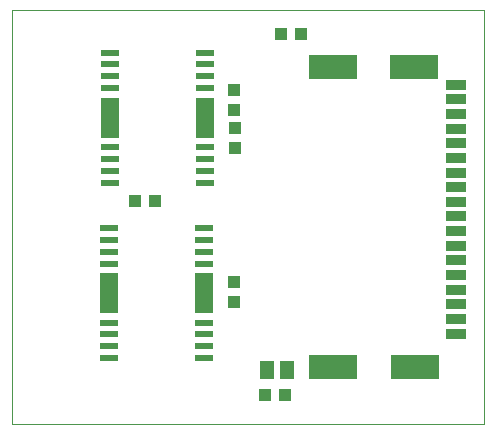
<source format=gtp>
G75*
%MOIN*%
%OFA0B0*%
%FSLAX24Y24*%
%IPPOS*%
%LPD*%
%AMOC8*
5,1,8,0,0,1.08239X$1,22.5*
%
%ADD10C,0.0000*%
%ADD11R,0.0394X0.0433*%
%ADD12R,0.0630X0.0197*%
%ADD13R,0.0630X0.1378*%
%ADD14R,0.0433X0.0394*%
%ADD15R,0.0512X0.0591*%
%ADD16R,0.1614X0.0827*%
%ADD17R,0.0660X0.0320*%
D10*
X010976Y000180D02*
X010976Y013960D01*
X026724Y013960D01*
X026724Y000180D01*
X010976Y000180D01*
D11*
X018376Y004245D03*
X018376Y004915D03*
X015760Y007605D03*
X015091Y007605D03*
X018401Y009370D03*
X018401Y010040D03*
X018376Y010645D03*
X018376Y011315D03*
D12*
X017400Y011364D03*
X017400Y011758D03*
X017400Y012152D03*
X017400Y012545D03*
X014251Y012545D03*
X014251Y012152D03*
X014251Y011758D03*
X014251Y011364D03*
X014251Y009396D03*
X014251Y009002D03*
X014251Y008608D03*
X014251Y008215D03*
X014226Y006695D03*
X014226Y006302D03*
X014226Y005908D03*
X014226Y005514D03*
X017375Y005514D03*
X017375Y005908D03*
X017375Y006302D03*
X017375Y006695D03*
X017400Y008215D03*
X017400Y008608D03*
X017400Y009002D03*
X017400Y009396D03*
X017375Y003546D03*
X017375Y003152D03*
X017375Y002758D03*
X017375Y002365D03*
X014226Y002365D03*
X014226Y002758D03*
X014226Y003152D03*
X014226Y003546D03*
D13*
X014226Y004530D03*
X017375Y004530D03*
X017400Y010380D03*
X014251Y010380D03*
D14*
X019941Y013180D03*
X020610Y013180D03*
X020085Y001130D03*
X019416Y001130D03*
D15*
X019466Y001955D03*
X020135Y001955D03*
D16*
X021692Y002055D03*
X024409Y002055D03*
X024384Y012055D03*
X021667Y012055D03*
D17*
X025776Y011480D03*
X025776Y010992D03*
X025776Y010504D03*
X025776Y010015D03*
X025776Y009527D03*
X025776Y009039D03*
X025776Y008551D03*
X025776Y008063D03*
X025776Y007574D03*
X025776Y007086D03*
X025776Y006598D03*
X025776Y006110D03*
X025776Y005622D03*
X025776Y005134D03*
X025776Y004645D03*
X025776Y004157D03*
X025776Y003669D03*
X025776Y003181D03*
M02*

</source>
